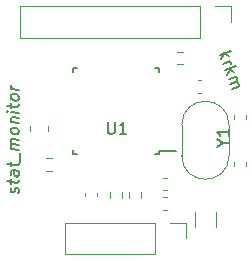
<source format=gto>
G04 #@! TF.GenerationSoftware,KiCad,Pcbnew,(5.1.10)-1*
G04 #@! TF.CreationDate,2021-07-25T13:55:37-07:00*
G04 #@! TF.ProjectId,stat-monitor,73746174-2d6d-46f6-9e69-746f722e6b69,rev?*
G04 #@! TF.SameCoordinates,Original*
G04 #@! TF.FileFunction,Legend,Top*
G04 #@! TF.FilePolarity,Positive*
%FSLAX46Y46*%
G04 Gerber Fmt 4.6, Leading zero omitted, Abs format (unit mm)*
G04 Created by KiCad (PCBNEW (5.1.10)-1) date 2021-07-25 13:55:37*
%MOMM*%
%LPD*%
G01*
G04 APERTURE LIST*
%ADD10C,0.150000*%
%ADD11C,0.120000*%
%ADD12O,1.800000X1.800000*%
G04 APERTURE END LIST*
D10*
X188783584Y-104745437D02*
X189723276Y-104403417D01*
X189174135Y-104704638D02*
X188913877Y-105103415D01*
X189540339Y-104875401D02*
X189052067Y-104647717D01*
X189060457Y-105506140D02*
X189686919Y-105278127D01*
X189507930Y-105343274D02*
X189613711Y-105355447D01*
X189674745Y-105383908D01*
X189752065Y-105457116D01*
X189784639Y-105546610D01*
X189272184Y-106087855D02*
X190211876Y-105745835D01*
X189662735Y-106047056D02*
X189402477Y-106445833D01*
X190028939Y-106217819D02*
X189540667Y-105990135D01*
X189549057Y-106848558D02*
X190175519Y-106620545D01*
X190086024Y-106653118D02*
X190147058Y-106681579D01*
X190224379Y-106754787D01*
X190273239Y-106889028D01*
X190261065Y-106994810D01*
X190187857Y-107072130D01*
X189695637Y-107251284D01*
X190187857Y-107072130D02*
X190293638Y-107084304D01*
X190370959Y-107157512D01*
X190419819Y-107291754D01*
X190407645Y-107397535D01*
X190334437Y-107474856D01*
X189842217Y-107654009D01*
X171727761Y-116457223D02*
X171775380Y-116367937D01*
X171775380Y-116177461D01*
X171727761Y-116076270D01*
X171632523Y-116016747D01*
X171584904Y-116010794D01*
X171489666Y-116046508D01*
X171442047Y-116135794D01*
X171442047Y-116278651D01*
X171394428Y-116367937D01*
X171299190Y-116403651D01*
X171251571Y-116397699D01*
X171156333Y-116338175D01*
X171108714Y-116236985D01*
X171108714Y-116094127D01*
X171156333Y-116004842D01*
X171108714Y-115665556D02*
X171108714Y-115284604D01*
X170775380Y-115481032D02*
X171632523Y-115588175D01*
X171727761Y-115552461D01*
X171775380Y-115463175D01*
X171775380Y-115367937D01*
X171775380Y-114606032D02*
X171251571Y-114540556D01*
X171156333Y-114576270D01*
X171108714Y-114665556D01*
X171108714Y-114856032D01*
X171156333Y-114957223D01*
X171727761Y-114600080D02*
X171775380Y-114701270D01*
X171775380Y-114939366D01*
X171727761Y-115028651D01*
X171632523Y-115064366D01*
X171537285Y-115052461D01*
X171442047Y-114992937D01*
X171394428Y-114891747D01*
X171394428Y-114653651D01*
X171346809Y-114552461D01*
X171108714Y-114189366D02*
X171108714Y-113808413D01*
X170775380Y-114004842D02*
X171632523Y-114111985D01*
X171727761Y-114076270D01*
X171775380Y-113986985D01*
X171775380Y-113891747D01*
X171870619Y-113808413D02*
X171870619Y-113046508D01*
X171775380Y-112796508D02*
X171108714Y-112713175D01*
X171203952Y-112725080D02*
X171156333Y-112671508D01*
X171108714Y-112570318D01*
X171108714Y-112427461D01*
X171156333Y-112338175D01*
X171251571Y-112302461D01*
X171775380Y-112367937D01*
X171251571Y-112302461D02*
X171156333Y-112242937D01*
X171108714Y-112141747D01*
X171108714Y-111998889D01*
X171156333Y-111909604D01*
X171251571Y-111873889D01*
X171775380Y-111939366D01*
X171775380Y-111320318D02*
X171727761Y-111409604D01*
X171680142Y-111451270D01*
X171584904Y-111486985D01*
X171299190Y-111451270D01*
X171203952Y-111391747D01*
X171156333Y-111338175D01*
X171108714Y-111236985D01*
X171108714Y-111094127D01*
X171156333Y-111004842D01*
X171203952Y-110963175D01*
X171299190Y-110927461D01*
X171584904Y-110963175D01*
X171680142Y-111022699D01*
X171727761Y-111076270D01*
X171775380Y-111177461D01*
X171775380Y-111320318D01*
X171108714Y-110475080D02*
X171775380Y-110558413D01*
X171203952Y-110486985D02*
X171156333Y-110433413D01*
X171108714Y-110332223D01*
X171108714Y-110189366D01*
X171156333Y-110100080D01*
X171251571Y-110064366D01*
X171775380Y-110129842D01*
X171775380Y-109653651D02*
X171108714Y-109570318D01*
X170775380Y-109528651D02*
X170823000Y-109582223D01*
X170870619Y-109540556D01*
X170823000Y-109486985D01*
X170775380Y-109528651D01*
X170870619Y-109540556D01*
X171108714Y-109236985D02*
X171108714Y-108856032D01*
X170775380Y-109052461D02*
X171632523Y-109159604D01*
X171727761Y-109123889D01*
X171775380Y-109034604D01*
X171775380Y-108939366D01*
X171775380Y-108463175D02*
X171727761Y-108552461D01*
X171680142Y-108594127D01*
X171584904Y-108629842D01*
X171299190Y-108594127D01*
X171203952Y-108534604D01*
X171156333Y-108481032D01*
X171108714Y-108379842D01*
X171108714Y-108236985D01*
X171156333Y-108147699D01*
X171203952Y-108106032D01*
X171299190Y-108070318D01*
X171584904Y-108106032D01*
X171680142Y-108165556D01*
X171727761Y-108219127D01*
X171775380Y-108320318D01*
X171775380Y-108463175D01*
X171775380Y-107701270D02*
X171108714Y-107617937D01*
X171299190Y-107641747D02*
X171203952Y-107582223D01*
X171156333Y-107528651D01*
X171108714Y-107427461D01*
X171108714Y-107332223D01*
D11*
X185940000Y-118970000D02*
X185940000Y-120300000D01*
X184610000Y-118970000D02*
X185940000Y-118970000D01*
X183340000Y-118970000D02*
X183340000Y-121630000D01*
X183340000Y-121630000D02*
X175660000Y-121630000D01*
X183340000Y-118970000D02*
X175660000Y-118970000D01*
X175660000Y-118970000D02*
X175660000Y-121630000D01*
X189990000Y-113873233D02*
X189990000Y-114165767D01*
X191010000Y-113873233D02*
X191010000Y-114165767D01*
X189990000Y-110154767D02*
X189990000Y-109862233D01*
X191010000Y-110154767D02*
X191010000Y-109862233D01*
X178437000Y-116439733D02*
X178437000Y-116732267D01*
X177417000Y-116439733D02*
X177417000Y-116732267D01*
X184003733Y-116207000D02*
X184296267Y-116207000D01*
X184003733Y-115187000D02*
X184296267Y-115187000D01*
X184030233Y-116838000D02*
X184322767Y-116838000D01*
X184030233Y-117858000D02*
X184322767Y-117858000D01*
X186951233Y-107952000D02*
X187243767Y-107952000D01*
X186951233Y-106932000D02*
X187243767Y-106932000D01*
X188489000Y-119310564D02*
X188489000Y-118106436D01*
X186669000Y-119310564D02*
X186669000Y-118106436D01*
X189750000Y-100651000D02*
X189750000Y-101981000D01*
X188420000Y-100651000D02*
X189750000Y-100651000D01*
X187150000Y-100651000D02*
X187150000Y-103311000D01*
X187150000Y-103311000D02*
X171850000Y-103311000D01*
X187150000Y-100651000D02*
X171850000Y-100651000D01*
X171850000Y-100651000D02*
X171850000Y-103311000D01*
X179477500Y-116345276D02*
X179477500Y-116854724D01*
X180522500Y-116345276D02*
X180522500Y-116854724D01*
X182122500Y-116345276D02*
X182122500Y-116854724D01*
X181077500Y-116345276D02*
X181077500Y-116854724D01*
X174092776Y-114568500D02*
X174602224Y-114568500D01*
X174092776Y-113523500D02*
X174602224Y-113523500D01*
X185698224Y-105551500D02*
X185188776Y-105551500D01*
X185698224Y-104506500D02*
X185188776Y-104506500D01*
X172747000Y-110770936D02*
X172747000Y-111225064D01*
X174217000Y-110770936D02*
X174217000Y-111225064D01*
D10*
X183625000Y-112900000D02*
X185050000Y-112900000D01*
X176375000Y-113125000D02*
X176700000Y-113125000D01*
X176375000Y-105875000D02*
X176700000Y-105875000D01*
X183625000Y-105875000D02*
X183300000Y-105875000D01*
X183625000Y-113125000D02*
X183300000Y-113125000D01*
X183625000Y-105875000D02*
X183625000Y-106200000D01*
X176375000Y-105875000D02*
X176375000Y-106200000D01*
X176375000Y-113125000D02*
X176375000Y-112800000D01*
X183625000Y-113125000D02*
X183625000Y-112900000D01*
D11*
X189579000Y-113244000D02*
X189579000Y-110694000D01*
X185579000Y-113294000D02*
X185579000Y-110694000D01*
X189579000Y-113294000D02*
G75*
G02*
X185579000Y-113294000I-2000000J0D01*
G01*
X185579000Y-110694000D02*
G75*
G02*
X189579000Y-110694000I2000000J0D01*
G01*
D10*
X179324095Y-110450380D02*
X179324095Y-111259904D01*
X179371714Y-111355142D01*
X179419333Y-111402761D01*
X179514571Y-111450380D01*
X179705047Y-111450380D01*
X179800285Y-111402761D01*
X179847904Y-111355142D01*
X179895523Y-111259904D01*
X179895523Y-110450380D01*
X180895523Y-111450380D02*
X180324095Y-111450380D01*
X180609809Y-111450380D02*
X180609809Y-110450380D01*
X180514571Y-110593238D01*
X180419333Y-110688476D01*
X180324095Y-110736095D01*
X189079190Y-112236190D02*
X189555380Y-112236190D01*
X188555380Y-112569523D02*
X189079190Y-112236190D01*
X188555380Y-111902857D01*
X189555380Y-111045714D02*
X189555380Y-111617142D01*
X189555380Y-111331428D02*
X188555380Y-111331428D01*
X188698238Y-111426666D01*
X188793476Y-111521904D01*
X188841095Y-111617142D01*
%LPC*%
D12*
X176990000Y-120300000D03*
X179530000Y-120300000D03*
X182070000Y-120300000D03*
G36*
G01*
X183760000Y-119400000D02*
X185460000Y-119400000D01*
G75*
G02*
X185510000Y-119450000I0J-50000D01*
G01*
X185510000Y-121150000D01*
G75*
G02*
X185460000Y-121200000I-50000J0D01*
G01*
X183760000Y-121200000D01*
G75*
G02*
X183710000Y-121150000I0J50000D01*
G01*
X183710000Y-119450000D01*
G75*
G02*
X183760000Y-119400000I50000J0D01*
G01*
G37*
G36*
G01*
X190237500Y-112569500D02*
X190762500Y-112569500D01*
G75*
G02*
X191025000Y-112832000I0J-262500D01*
G01*
X191025000Y-113482000D01*
G75*
G02*
X190762500Y-113744500I-262500J0D01*
G01*
X190237500Y-113744500D01*
G75*
G02*
X189975000Y-113482000I0J262500D01*
G01*
X189975000Y-112832000D01*
G75*
G02*
X190237500Y-112569500I262500J0D01*
G01*
G37*
G36*
G01*
X190237500Y-114294500D02*
X190762500Y-114294500D01*
G75*
G02*
X191025000Y-114557000I0J-262500D01*
G01*
X191025000Y-115207000D01*
G75*
G02*
X190762500Y-115469500I-262500J0D01*
G01*
X190237500Y-115469500D01*
G75*
G02*
X189975000Y-115207000I0J262500D01*
G01*
X189975000Y-114557000D01*
G75*
G02*
X190237500Y-114294500I262500J0D01*
G01*
G37*
G36*
G01*
X190762500Y-109733500D02*
X190237500Y-109733500D01*
G75*
G02*
X189975000Y-109471000I0J262500D01*
G01*
X189975000Y-108821000D01*
G75*
G02*
X190237500Y-108558500I262500J0D01*
G01*
X190762500Y-108558500D01*
G75*
G02*
X191025000Y-108821000I0J-262500D01*
G01*
X191025000Y-109471000D01*
G75*
G02*
X190762500Y-109733500I-262500J0D01*
G01*
G37*
G36*
G01*
X190762500Y-111458500D02*
X190237500Y-111458500D01*
G75*
G02*
X189975000Y-111196000I0J262500D01*
G01*
X189975000Y-110546000D01*
G75*
G02*
X190237500Y-110283500I262500J0D01*
G01*
X190762500Y-110283500D01*
G75*
G02*
X191025000Y-110546000I0J-262500D01*
G01*
X191025000Y-111196000D01*
G75*
G02*
X190762500Y-111458500I-262500J0D01*
G01*
G37*
G36*
G01*
X177664500Y-116861000D02*
X178189500Y-116861000D01*
G75*
G02*
X178452000Y-117123500I0J-262500D01*
G01*
X178452000Y-117773500D01*
G75*
G02*
X178189500Y-118036000I-262500J0D01*
G01*
X177664500Y-118036000D01*
G75*
G02*
X177402000Y-117773500I0J262500D01*
G01*
X177402000Y-117123500D01*
G75*
G02*
X177664500Y-116861000I262500J0D01*
G01*
G37*
G36*
G01*
X177664500Y-115136000D02*
X178189500Y-115136000D01*
G75*
G02*
X178452000Y-115398500I0J-262500D01*
G01*
X178452000Y-116048500D01*
G75*
G02*
X178189500Y-116311000I-262500J0D01*
G01*
X177664500Y-116311000D01*
G75*
G02*
X177402000Y-116048500I0J262500D01*
G01*
X177402000Y-115398500D01*
G75*
G02*
X177664500Y-115136000I262500J0D01*
G01*
G37*
G36*
G01*
X182700000Y-115959500D02*
X182700000Y-115434500D01*
G75*
G02*
X182962500Y-115172000I262500J0D01*
G01*
X183612500Y-115172000D01*
G75*
G02*
X183875000Y-115434500I0J-262500D01*
G01*
X183875000Y-115959500D01*
G75*
G02*
X183612500Y-116222000I-262500J0D01*
G01*
X182962500Y-116222000D01*
G75*
G02*
X182700000Y-115959500I0J262500D01*
G01*
G37*
G36*
G01*
X184425000Y-115959500D02*
X184425000Y-115434500D01*
G75*
G02*
X184687500Y-115172000I262500J0D01*
G01*
X185337500Y-115172000D01*
G75*
G02*
X185600000Y-115434500I0J-262500D01*
G01*
X185600000Y-115959500D01*
G75*
G02*
X185337500Y-116222000I-262500J0D01*
G01*
X184687500Y-116222000D01*
G75*
G02*
X184425000Y-115959500I0J262500D01*
G01*
G37*
G36*
G01*
X184451500Y-117610500D02*
X184451500Y-117085500D01*
G75*
G02*
X184714000Y-116823000I262500J0D01*
G01*
X185364000Y-116823000D01*
G75*
G02*
X185626500Y-117085500I0J-262500D01*
G01*
X185626500Y-117610500D01*
G75*
G02*
X185364000Y-117873000I-262500J0D01*
G01*
X184714000Y-117873000D01*
G75*
G02*
X184451500Y-117610500I0J262500D01*
G01*
G37*
G36*
G01*
X182726500Y-117610500D02*
X182726500Y-117085500D01*
G75*
G02*
X182989000Y-116823000I262500J0D01*
G01*
X183639000Y-116823000D01*
G75*
G02*
X183901500Y-117085500I0J-262500D01*
G01*
X183901500Y-117610500D01*
G75*
G02*
X183639000Y-117873000I-262500J0D01*
G01*
X182989000Y-117873000D01*
G75*
G02*
X182726500Y-117610500I0J262500D01*
G01*
G37*
G36*
G01*
X185647500Y-107704500D02*
X185647500Y-107179500D01*
G75*
G02*
X185910000Y-106917000I262500J0D01*
G01*
X186560000Y-106917000D01*
G75*
G02*
X186822500Y-107179500I0J-262500D01*
G01*
X186822500Y-107704500D01*
G75*
G02*
X186560000Y-107967000I-262500J0D01*
G01*
X185910000Y-107967000D01*
G75*
G02*
X185647500Y-107704500I0J262500D01*
G01*
G37*
G36*
G01*
X187372500Y-107704500D02*
X187372500Y-107179500D01*
G75*
G02*
X187635000Y-106917000I262500J0D01*
G01*
X188285000Y-106917000D01*
G75*
G02*
X188547500Y-107179500I0J-262500D01*
G01*
X188547500Y-107704500D01*
G75*
G02*
X188285000Y-107967000I-262500J0D01*
G01*
X187635000Y-107967000D01*
G75*
G02*
X187372500Y-107704500I0J262500D01*
G01*
G37*
G36*
G01*
X188236457Y-120958500D02*
X186921543Y-120958500D01*
G75*
G02*
X186654000Y-120690957I0J267543D01*
G01*
X186654000Y-119701043D01*
G75*
G02*
X186921543Y-119433500I267543J0D01*
G01*
X188236457Y-119433500D01*
G75*
G02*
X188504000Y-119701043I0J-267543D01*
G01*
X188504000Y-120690957D01*
G75*
G02*
X188236457Y-120958500I-267543J0D01*
G01*
G37*
G36*
G01*
X188236457Y-117983500D02*
X186921543Y-117983500D01*
G75*
G02*
X186654000Y-117715957I0J267543D01*
G01*
X186654000Y-116726043D01*
G75*
G02*
X186921543Y-116458500I267543J0D01*
G01*
X188236457Y-116458500D01*
G75*
G02*
X188504000Y-116726043I0J-267543D01*
G01*
X188504000Y-117715957D01*
G75*
G02*
X188236457Y-117983500I-267543J0D01*
G01*
G37*
G36*
G01*
X187570000Y-101081000D02*
X189270000Y-101081000D01*
G75*
G02*
X189320000Y-101131000I0J-50000D01*
G01*
X189320000Y-102831000D01*
G75*
G02*
X189270000Y-102881000I-50000J0D01*
G01*
X187570000Y-102881000D01*
G75*
G02*
X187520000Y-102831000I0J50000D01*
G01*
X187520000Y-101131000D01*
G75*
G02*
X187570000Y-101081000I50000J0D01*
G01*
G37*
X185880000Y-101981000D03*
X183340000Y-101981000D03*
X180800000Y-101981000D03*
X178260000Y-101981000D03*
X175720000Y-101981000D03*
X173180000Y-101981000D03*
G36*
G01*
X179737500Y-115150000D02*
X180262500Y-115150000D01*
G75*
G02*
X180525000Y-115412500I0J-262500D01*
G01*
X180525000Y-115962500D01*
G75*
G02*
X180262500Y-116225000I-262500J0D01*
G01*
X179737500Y-116225000D01*
G75*
G02*
X179475000Y-115962500I0J262500D01*
G01*
X179475000Y-115412500D01*
G75*
G02*
X179737500Y-115150000I262500J0D01*
G01*
G37*
G36*
G01*
X179737500Y-116975000D02*
X180262500Y-116975000D01*
G75*
G02*
X180525000Y-117237500I0J-262500D01*
G01*
X180525000Y-117787500D01*
G75*
G02*
X180262500Y-118050000I-262500J0D01*
G01*
X179737500Y-118050000D01*
G75*
G02*
X179475000Y-117787500I0J262500D01*
G01*
X179475000Y-117237500D01*
G75*
G02*
X179737500Y-116975000I262500J0D01*
G01*
G37*
G36*
G01*
X181337500Y-116975000D02*
X181862500Y-116975000D01*
G75*
G02*
X182125000Y-117237500I0J-262500D01*
G01*
X182125000Y-117787500D01*
G75*
G02*
X181862500Y-118050000I-262500J0D01*
G01*
X181337500Y-118050000D01*
G75*
G02*
X181075000Y-117787500I0J262500D01*
G01*
X181075000Y-117237500D01*
G75*
G02*
X181337500Y-116975000I262500J0D01*
G01*
G37*
G36*
G01*
X181337500Y-115150000D02*
X181862500Y-115150000D01*
G75*
G02*
X182125000Y-115412500I0J-262500D01*
G01*
X182125000Y-115962500D01*
G75*
G02*
X181862500Y-116225000I-262500J0D01*
G01*
X181337500Y-116225000D01*
G75*
G02*
X181075000Y-115962500I0J262500D01*
G01*
X181075000Y-115412500D01*
G75*
G02*
X181337500Y-115150000I262500J0D01*
G01*
G37*
G36*
G01*
X172897500Y-114308500D02*
X172897500Y-113783500D01*
G75*
G02*
X173160000Y-113521000I262500J0D01*
G01*
X173710000Y-113521000D01*
G75*
G02*
X173972500Y-113783500I0J-262500D01*
G01*
X173972500Y-114308500D01*
G75*
G02*
X173710000Y-114571000I-262500J0D01*
G01*
X173160000Y-114571000D01*
G75*
G02*
X172897500Y-114308500I0J262500D01*
G01*
G37*
G36*
G01*
X174722500Y-114308500D02*
X174722500Y-113783500D01*
G75*
G02*
X174985000Y-113521000I262500J0D01*
G01*
X175535000Y-113521000D01*
G75*
G02*
X175797500Y-113783500I0J-262500D01*
G01*
X175797500Y-114308500D01*
G75*
G02*
X175535000Y-114571000I-262500J0D01*
G01*
X174985000Y-114571000D01*
G75*
G02*
X174722500Y-114308500I0J262500D01*
G01*
G37*
G36*
G01*
X185068500Y-104766500D02*
X185068500Y-105291500D01*
G75*
G02*
X184806000Y-105554000I-262500J0D01*
G01*
X184256000Y-105554000D01*
G75*
G02*
X183993500Y-105291500I0J262500D01*
G01*
X183993500Y-104766500D01*
G75*
G02*
X184256000Y-104504000I262500J0D01*
G01*
X184806000Y-104504000D01*
G75*
G02*
X185068500Y-104766500I0J-262500D01*
G01*
G37*
G36*
G01*
X186893500Y-104766500D02*
X186893500Y-105291500D01*
G75*
G02*
X186631000Y-105554000I-262500J0D01*
G01*
X186081000Y-105554000D01*
G75*
G02*
X185818500Y-105291500I0J262500D01*
G01*
X185818500Y-104766500D01*
G75*
G02*
X186081000Y-104504000I262500J0D01*
G01*
X186631000Y-104504000D01*
G75*
G02*
X186893500Y-104766500I0J-262500D01*
G01*
G37*
G36*
G01*
X173002832Y-109348000D02*
X173961168Y-109348000D01*
G75*
G02*
X174232000Y-109618832I0J-270832D01*
G01*
X174232000Y-110377168D01*
G75*
G02*
X173961168Y-110648000I-270832J0D01*
G01*
X173002832Y-110648000D01*
G75*
G02*
X172732000Y-110377168I0J270832D01*
G01*
X172732000Y-109618832D01*
G75*
G02*
X173002832Y-109348000I270832J0D01*
G01*
G37*
G36*
G01*
X173002832Y-111348000D02*
X173961168Y-111348000D01*
G75*
G02*
X174232000Y-111618832I0J-270832D01*
G01*
X174232000Y-112377168D01*
G75*
G02*
X173961168Y-112648000I-270832J0D01*
G01*
X173002832Y-112648000D01*
G75*
G02*
X172732000Y-112377168I0J270832D01*
G01*
X172732000Y-111618832D01*
G75*
G02*
X173002832Y-111348000I270832J0D01*
G01*
G37*
G36*
G01*
X185100000Y-112025000D02*
X185100000Y-112575000D01*
G75*
G02*
X185050000Y-112625000I-50000J0D01*
G01*
X183450000Y-112625000D01*
G75*
G02*
X183400000Y-112575000I0J50000D01*
G01*
X183400000Y-112025000D01*
G75*
G02*
X183450000Y-111975000I50000J0D01*
G01*
X185050000Y-111975000D01*
G75*
G02*
X185100000Y-112025000I0J-50000D01*
G01*
G37*
G36*
G01*
X185100000Y-111225000D02*
X185100000Y-111775000D01*
G75*
G02*
X185050000Y-111825000I-50000J0D01*
G01*
X183450000Y-111825000D01*
G75*
G02*
X183400000Y-111775000I0J50000D01*
G01*
X183400000Y-111225000D01*
G75*
G02*
X183450000Y-111175000I50000J0D01*
G01*
X185050000Y-111175000D01*
G75*
G02*
X185100000Y-111225000I0J-50000D01*
G01*
G37*
G36*
G01*
X185100000Y-110425000D02*
X185100000Y-110975000D01*
G75*
G02*
X185050000Y-111025000I-50000J0D01*
G01*
X183450000Y-111025000D01*
G75*
G02*
X183400000Y-110975000I0J50000D01*
G01*
X183400000Y-110425000D01*
G75*
G02*
X183450000Y-110375000I50000J0D01*
G01*
X185050000Y-110375000D01*
G75*
G02*
X185100000Y-110425000I0J-50000D01*
G01*
G37*
G36*
G01*
X185100000Y-109625000D02*
X185100000Y-110175000D01*
G75*
G02*
X185050000Y-110225000I-50000J0D01*
G01*
X183450000Y-110225000D01*
G75*
G02*
X183400000Y-110175000I0J50000D01*
G01*
X183400000Y-109625000D01*
G75*
G02*
X183450000Y-109575000I50000J0D01*
G01*
X185050000Y-109575000D01*
G75*
G02*
X185100000Y-109625000I0J-50000D01*
G01*
G37*
G36*
G01*
X185100000Y-108825000D02*
X185100000Y-109375000D01*
G75*
G02*
X185050000Y-109425000I-50000J0D01*
G01*
X183450000Y-109425000D01*
G75*
G02*
X183400000Y-109375000I0J50000D01*
G01*
X183400000Y-108825000D01*
G75*
G02*
X183450000Y-108775000I50000J0D01*
G01*
X185050000Y-108775000D01*
G75*
G02*
X185100000Y-108825000I0J-50000D01*
G01*
G37*
G36*
G01*
X185100000Y-108025000D02*
X185100000Y-108575000D01*
G75*
G02*
X185050000Y-108625000I-50000J0D01*
G01*
X183450000Y-108625000D01*
G75*
G02*
X183400000Y-108575000I0J50000D01*
G01*
X183400000Y-108025000D01*
G75*
G02*
X183450000Y-107975000I50000J0D01*
G01*
X185050000Y-107975000D01*
G75*
G02*
X185100000Y-108025000I0J-50000D01*
G01*
G37*
G36*
G01*
X185100000Y-107225000D02*
X185100000Y-107775000D01*
G75*
G02*
X185050000Y-107825000I-50000J0D01*
G01*
X183450000Y-107825000D01*
G75*
G02*
X183400000Y-107775000I0J50000D01*
G01*
X183400000Y-107225000D01*
G75*
G02*
X183450000Y-107175000I50000J0D01*
G01*
X185050000Y-107175000D01*
G75*
G02*
X185100000Y-107225000I0J-50000D01*
G01*
G37*
G36*
G01*
X185100000Y-106425000D02*
X185100000Y-106975000D01*
G75*
G02*
X185050000Y-107025000I-50000J0D01*
G01*
X183450000Y-107025000D01*
G75*
G02*
X183400000Y-106975000I0J50000D01*
G01*
X183400000Y-106425000D01*
G75*
G02*
X183450000Y-106375000I50000J0D01*
G01*
X185050000Y-106375000D01*
G75*
G02*
X185100000Y-106425000I0J-50000D01*
G01*
G37*
G36*
G01*
X182525000Y-104400000D02*
X183075000Y-104400000D01*
G75*
G02*
X183125000Y-104450000I0J-50000D01*
G01*
X183125000Y-106050000D01*
G75*
G02*
X183075000Y-106100000I-50000J0D01*
G01*
X182525000Y-106100000D01*
G75*
G02*
X182475000Y-106050000I0J50000D01*
G01*
X182475000Y-104450000D01*
G75*
G02*
X182525000Y-104400000I50000J0D01*
G01*
G37*
G36*
G01*
X181725000Y-104400000D02*
X182275000Y-104400000D01*
G75*
G02*
X182325000Y-104450000I0J-50000D01*
G01*
X182325000Y-106050000D01*
G75*
G02*
X182275000Y-106100000I-50000J0D01*
G01*
X181725000Y-106100000D01*
G75*
G02*
X181675000Y-106050000I0J50000D01*
G01*
X181675000Y-104450000D01*
G75*
G02*
X181725000Y-104400000I50000J0D01*
G01*
G37*
G36*
G01*
X180925000Y-104400000D02*
X181475000Y-104400000D01*
G75*
G02*
X181525000Y-104450000I0J-50000D01*
G01*
X181525000Y-106050000D01*
G75*
G02*
X181475000Y-106100000I-50000J0D01*
G01*
X180925000Y-106100000D01*
G75*
G02*
X180875000Y-106050000I0J50000D01*
G01*
X180875000Y-104450000D01*
G75*
G02*
X180925000Y-104400000I50000J0D01*
G01*
G37*
G36*
G01*
X180125000Y-104400000D02*
X180675000Y-104400000D01*
G75*
G02*
X180725000Y-104450000I0J-50000D01*
G01*
X180725000Y-106050000D01*
G75*
G02*
X180675000Y-106100000I-50000J0D01*
G01*
X180125000Y-106100000D01*
G75*
G02*
X180075000Y-106050000I0J50000D01*
G01*
X180075000Y-104450000D01*
G75*
G02*
X180125000Y-104400000I50000J0D01*
G01*
G37*
G36*
G01*
X179325000Y-104400000D02*
X179875000Y-104400000D01*
G75*
G02*
X179925000Y-104450000I0J-50000D01*
G01*
X179925000Y-106050000D01*
G75*
G02*
X179875000Y-106100000I-50000J0D01*
G01*
X179325000Y-106100000D01*
G75*
G02*
X179275000Y-106050000I0J50000D01*
G01*
X179275000Y-104450000D01*
G75*
G02*
X179325000Y-104400000I50000J0D01*
G01*
G37*
G36*
G01*
X178525000Y-104400000D02*
X179075000Y-104400000D01*
G75*
G02*
X179125000Y-104450000I0J-50000D01*
G01*
X179125000Y-106050000D01*
G75*
G02*
X179075000Y-106100000I-50000J0D01*
G01*
X178525000Y-106100000D01*
G75*
G02*
X178475000Y-106050000I0J50000D01*
G01*
X178475000Y-104450000D01*
G75*
G02*
X178525000Y-104400000I50000J0D01*
G01*
G37*
G36*
G01*
X177725000Y-104400000D02*
X178275000Y-104400000D01*
G75*
G02*
X178325000Y-104450000I0J-50000D01*
G01*
X178325000Y-106050000D01*
G75*
G02*
X178275000Y-106100000I-50000J0D01*
G01*
X177725000Y-106100000D01*
G75*
G02*
X177675000Y-106050000I0J50000D01*
G01*
X177675000Y-104450000D01*
G75*
G02*
X177725000Y-104400000I50000J0D01*
G01*
G37*
G36*
G01*
X176925000Y-104400000D02*
X177475000Y-104400000D01*
G75*
G02*
X177525000Y-104450000I0J-50000D01*
G01*
X177525000Y-106050000D01*
G75*
G02*
X177475000Y-106100000I-50000J0D01*
G01*
X176925000Y-106100000D01*
G75*
G02*
X176875000Y-106050000I0J50000D01*
G01*
X176875000Y-104450000D01*
G75*
G02*
X176925000Y-104400000I50000J0D01*
G01*
G37*
G36*
G01*
X176600000Y-106425000D02*
X176600000Y-106975000D01*
G75*
G02*
X176550000Y-107025000I-50000J0D01*
G01*
X174950000Y-107025000D01*
G75*
G02*
X174900000Y-106975000I0J50000D01*
G01*
X174900000Y-106425000D01*
G75*
G02*
X174950000Y-106375000I50000J0D01*
G01*
X176550000Y-106375000D01*
G75*
G02*
X176600000Y-106425000I0J-50000D01*
G01*
G37*
G36*
G01*
X176600000Y-107225000D02*
X176600000Y-107775000D01*
G75*
G02*
X176550000Y-107825000I-50000J0D01*
G01*
X174950000Y-107825000D01*
G75*
G02*
X174900000Y-107775000I0J50000D01*
G01*
X174900000Y-107225000D01*
G75*
G02*
X174950000Y-107175000I50000J0D01*
G01*
X176550000Y-107175000D01*
G75*
G02*
X176600000Y-107225000I0J-50000D01*
G01*
G37*
G36*
G01*
X176600000Y-108025000D02*
X176600000Y-108575000D01*
G75*
G02*
X176550000Y-108625000I-50000J0D01*
G01*
X174950000Y-108625000D01*
G75*
G02*
X174900000Y-108575000I0J50000D01*
G01*
X174900000Y-108025000D01*
G75*
G02*
X174950000Y-107975000I50000J0D01*
G01*
X176550000Y-107975000D01*
G75*
G02*
X176600000Y-108025000I0J-50000D01*
G01*
G37*
G36*
G01*
X176600000Y-108825000D02*
X176600000Y-109375000D01*
G75*
G02*
X176550000Y-109425000I-50000J0D01*
G01*
X174950000Y-109425000D01*
G75*
G02*
X174900000Y-109375000I0J50000D01*
G01*
X174900000Y-108825000D01*
G75*
G02*
X174950000Y-108775000I50000J0D01*
G01*
X176550000Y-108775000D01*
G75*
G02*
X176600000Y-108825000I0J-50000D01*
G01*
G37*
G36*
G01*
X176600000Y-109625000D02*
X176600000Y-110175000D01*
G75*
G02*
X176550000Y-110225000I-50000J0D01*
G01*
X174950000Y-110225000D01*
G75*
G02*
X174900000Y-110175000I0J50000D01*
G01*
X174900000Y-109625000D01*
G75*
G02*
X174950000Y-109575000I50000J0D01*
G01*
X176550000Y-109575000D01*
G75*
G02*
X176600000Y-109625000I0J-50000D01*
G01*
G37*
G36*
G01*
X176600000Y-110425000D02*
X176600000Y-110975000D01*
G75*
G02*
X176550000Y-111025000I-50000J0D01*
G01*
X174950000Y-111025000D01*
G75*
G02*
X174900000Y-110975000I0J50000D01*
G01*
X174900000Y-110425000D01*
G75*
G02*
X174950000Y-110375000I50000J0D01*
G01*
X176550000Y-110375000D01*
G75*
G02*
X176600000Y-110425000I0J-50000D01*
G01*
G37*
G36*
G01*
X176600000Y-111225000D02*
X176600000Y-111775000D01*
G75*
G02*
X176550000Y-111825000I-50000J0D01*
G01*
X174950000Y-111825000D01*
G75*
G02*
X174900000Y-111775000I0J50000D01*
G01*
X174900000Y-111225000D01*
G75*
G02*
X174950000Y-111175000I50000J0D01*
G01*
X176550000Y-111175000D01*
G75*
G02*
X176600000Y-111225000I0J-50000D01*
G01*
G37*
G36*
G01*
X176600000Y-112025000D02*
X176600000Y-112575000D01*
G75*
G02*
X176550000Y-112625000I-50000J0D01*
G01*
X174950000Y-112625000D01*
G75*
G02*
X174900000Y-112575000I0J50000D01*
G01*
X174900000Y-112025000D01*
G75*
G02*
X174950000Y-111975000I50000J0D01*
G01*
X176550000Y-111975000D01*
G75*
G02*
X176600000Y-112025000I0J-50000D01*
G01*
G37*
G36*
G01*
X176925000Y-112900000D02*
X177475000Y-112900000D01*
G75*
G02*
X177525000Y-112950000I0J-50000D01*
G01*
X177525000Y-114550000D01*
G75*
G02*
X177475000Y-114600000I-50000J0D01*
G01*
X176925000Y-114600000D01*
G75*
G02*
X176875000Y-114550000I0J50000D01*
G01*
X176875000Y-112950000D01*
G75*
G02*
X176925000Y-112900000I50000J0D01*
G01*
G37*
G36*
G01*
X177725000Y-112900000D02*
X178275000Y-112900000D01*
G75*
G02*
X178325000Y-112950000I0J-50000D01*
G01*
X178325000Y-114550000D01*
G75*
G02*
X178275000Y-114600000I-50000J0D01*
G01*
X177725000Y-114600000D01*
G75*
G02*
X177675000Y-114550000I0J50000D01*
G01*
X177675000Y-112950000D01*
G75*
G02*
X177725000Y-112900000I50000J0D01*
G01*
G37*
G36*
G01*
X178525000Y-112900000D02*
X179075000Y-112900000D01*
G75*
G02*
X179125000Y-112950000I0J-50000D01*
G01*
X179125000Y-114550000D01*
G75*
G02*
X179075000Y-114600000I-50000J0D01*
G01*
X178525000Y-114600000D01*
G75*
G02*
X178475000Y-114550000I0J50000D01*
G01*
X178475000Y-112950000D01*
G75*
G02*
X178525000Y-112900000I50000J0D01*
G01*
G37*
G36*
G01*
X179325000Y-112900000D02*
X179875000Y-112900000D01*
G75*
G02*
X179925000Y-112950000I0J-50000D01*
G01*
X179925000Y-114550000D01*
G75*
G02*
X179875000Y-114600000I-50000J0D01*
G01*
X179325000Y-114600000D01*
G75*
G02*
X179275000Y-114550000I0J50000D01*
G01*
X179275000Y-112950000D01*
G75*
G02*
X179325000Y-112900000I50000J0D01*
G01*
G37*
G36*
G01*
X180125000Y-112900000D02*
X180675000Y-112900000D01*
G75*
G02*
X180725000Y-112950000I0J-50000D01*
G01*
X180725000Y-114550000D01*
G75*
G02*
X180675000Y-114600000I-50000J0D01*
G01*
X180125000Y-114600000D01*
G75*
G02*
X180075000Y-114550000I0J50000D01*
G01*
X180075000Y-112950000D01*
G75*
G02*
X180125000Y-112900000I50000J0D01*
G01*
G37*
G36*
G01*
X180925000Y-112900000D02*
X181475000Y-112900000D01*
G75*
G02*
X181525000Y-112950000I0J-50000D01*
G01*
X181525000Y-114550000D01*
G75*
G02*
X181475000Y-114600000I-50000J0D01*
G01*
X180925000Y-114600000D01*
G75*
G02*
X180875000Y-114550000I0J50000D01*
G01*
X180875000Y-112950000D01*
G75*
G02*
X180925000Y-112900000I50000J0D01*
G01*
G37*
G36*
G01*
X181725000Y-112900000D02*
X182275000Y-112900000D01*
G75*
G02*
X182325000Y-112950000I0J-50000D01*
G01*
X182325000Y-114550000D01*
G75*
G02*
X182275000Y-114600000I-50000J0D01*
G01*
X181725000Y-114600000D01*
G75*
G02*
X181675000Y-114550000I0J50000D01*
G01*
X181675000Y-112950000D01*
G75*
G02*
X181725000Y-112900000I50000J0D01*
G01*
G37*
G36*
G01*
X182525000Y-112900000D02*
X183075000Y-112900000D01*
G75*
G02*
X183125000Y-112950000I0J-50000D01*
G01*
X183125000Y-114550000D01*
G75*
G02*
X183075000Y-114600000I-50000J0D01*
G01*
X182525000Y-114600000D01*
G75*
G02*
X182475000Y-114550000I0J50000D01*
G01*
X182475000Y-112950000D01*
G75*
G02*
X182525000Y-112900000I50000J0D01*
G01*
G37*
M02*

</source>
